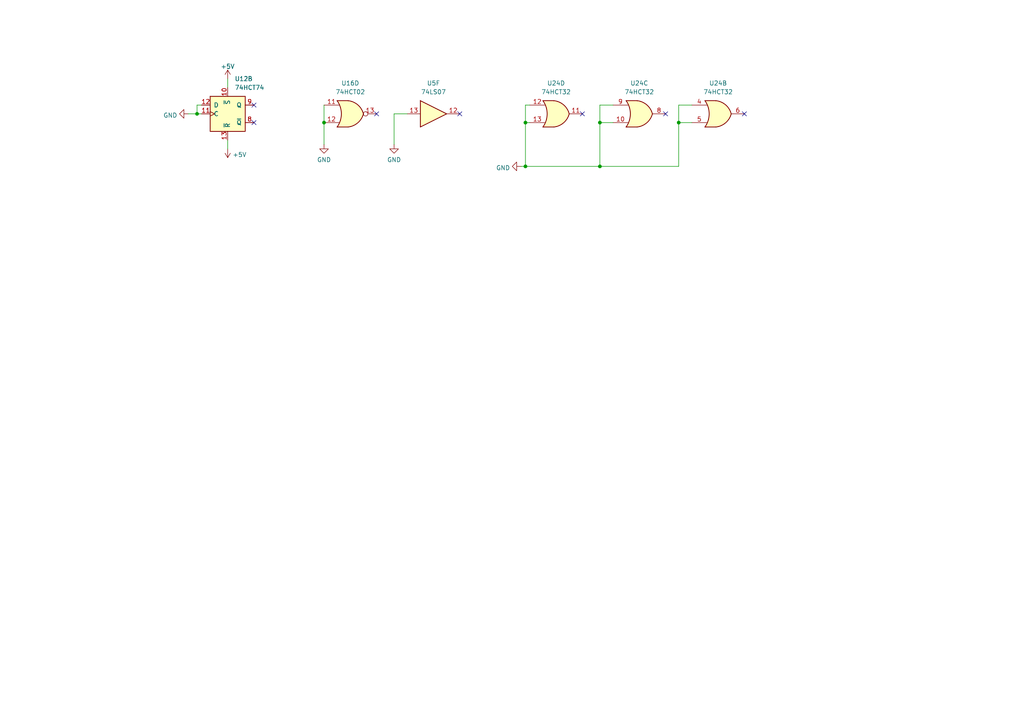
<source format=kicad_sch>
(kicad_sch (version 20211123) (generator eeschema)
  (paper "A4")
  (title_block (title "MSX One") (date "2024-12-28") (rev "v1.0") (company "Gabbard") (comment 1 "MSX One"))
  (lib_symbols
    (symbol "74xx:74LS02" (pin_names (offset 1.016))
      (property "Reference" "U" (at 0 1.27 0))
      (property "Value" "74LS02" (at 0 -1.27 0))
      (symbol "74LS02_1_1"
        (arc (start -3.81 -3.81) (mid -2.589 0) (end -3.81 3.81) (stroke (width 0.254)))
        (arc (start -0.6096 -3.81) (mid 2.1842 -2.5851) (end 3.81 0) (stroke (width 0.254)) (fill (type background)))
        (polyline (pts (xy -3.81 -3.81) (xy -0.635 -3.81)) (stroke (width 0.254)) (fill (type background)))
        (polyline (pts (xy -3.81 3.81) (xy -0.635 3.81)) (stroke (width 0.254)) (fill (type background)))
        (polyline (pts (xy -0.635 3.81) (xy -3.81 3.81) (xy -3.81 3.81) (xy -3.556 3.4036) (xy -3.0226 2.2606) (xy -2.6924 1.0414) (xy -2.6162 -0.254) (xy -2.7686 -1.4986) (xy -3.175 -2.7178) (xy -3.81 -3.81) (xy -3.81 -3.81) (xy -0.635 -3.81)) (stroke (width -25.4)) (fill (type background)))
        (arc (start 3.81 0) (mid 2.1915 2.5936) (end -0.6096 3.81) (stroke (width 0.254)) (fill (type background)))
        (pin output inverted (at 7.62 0 180) (length 3.81) (name "~") (number "1"))
        (pin input line (at -7.62 2.54 0) (length 4.318) (name "~") (number "2"))
        (pin input line (at -7.62 -2.54 0) (length 4.318) (name "~") (number "3"))
      )
      (symbol "74LS02_1_2"
        (arc (start 0 -3.81) (mid 3.81 0) (end 0 3.81) (stroke (width 0.254)) (fill (type background)))
        (polyline (pts (xy 0 3.81) (xy -3.81 3.81) (xy -3.81 -3.81) (xy 0 -3.81)) (stroke (width 0.254)) (fill (type background)))
        (pin output line (at 7.62 0 180) (length 3.81) (name "~") (number "1"))
        (pin input inverted (at -7.62 2.54 0) (length 3.81) (name "~") (number "2"))
        (pin input inverted (at -7.62 -2.54 0) (length 3.81) (name "~") (number "3"))
      )
      (symbol "74LS02_2_1"
        (arc (start -3.81 -3.81) (mid -2.589 0) (end -3.81 3.81) (stroke (width 0.254)))
        (arc (start -0.6096 -3.81) (mid 2.1842 -2.5851) (end 3.81 0) (stroke (width 0.254)) (fill (type background)))
        (polyline (pts (xy -3.81 -3.81) (xy -0.635 -3.81)) (stroke (width 0.254)) (fill (type background)))
        (polyline (pts (xy -3.81 3.81) (xy -0.635 3.81)) (stroke (width 0.254)) (fill (type background)))
        (polyline (pts (xy -0.635 3.81) (xy -3.81 3.81) (xy -3.81 3.81) (xy -3.556 3.4036) (xy -3.0226 2.2606) (xy -2.6924 1.0414) (xy -2.6162 -0.254) (xy -2.7686 -1.4986) (xy -3.175 -2.7178) (xy -3.81 -3.81) (xy -3.81 -3.81) (xy -0.635 -3.81)) (stroke (width -25.4)) (fill (type background)))
        (arc (start 3.81 0) (mid 2.1915 2.5936) (end -0.6096 3.81) (stroke (width 0.254)) (fill (type background)))
        (pin output inverted (at 7.62 0 180) (length 3.81) (name "~") (number "4"))
        (pin input line (at -7.62 2.54 0) (length 4.318) (name "~") (number "5"))
        (pin input line (at -7.62 -2.54 0) (length 4.318) (name "~") (number "6"))
      )
      (symbol "74LS02_2_2"
        (arc (start 0 -3.81) (mid 3.81 0) (end 0 3.81) (stroke (width 0.254)) (fill (type background)))
        (polyline (pts (xy 0 3.81) (xy -3.81 3.81) (xy -3.81 -3.81) (xy 0 -3.81)) (stroke (width 0.254)) (fill (type background)))
        (pin output line (at 7.62 0 180) (length 3.81) (name "~") (number "4"))
        (pin input inverted (at -7.62 2.54 0) (length 3.81) (name "~") (number "5"))
        (pin input inverted (at -7.62 -2.54 0) (length 3.81) (name "~") (number "6"))
      )
      (symbol "74LS02_3_1"
        (arc (start -3.81 -3.81) (mid -2.589 0) (end -3.81 3.81) (stroke (width 0.254)))
        (arc (start -0.6096 -3.81) (mid 2.1842 -2.5851) (end 3.81 0) (stroke (width 0.254)) (fill (type background)))
        (polyline (pts (xy -3.81 -3.81) (xy -0.635 -3.81)) (stroke (width 0.254)) (fill (type background)))
        (polyline (pts (xy -3.81 3.81) (xy -0.635 3.81)) (stroke (width 0.254)) (fill (type background)))
        (polyline (pts (xy -0.635 3.81) (xy -3.81 3.81) (xy -3.81 3.81) (xy -3.556 3.4036) (xy -3.0226 2.2606) (xy -2.6924 1.0414) (xy -2.6162 -0.254) (xy -2.7686 -1.4986) (xy -3.175 -2.7178) (xy -3.81 -3.81) (xy -3.81 -3.81) (xy -0.635 -3.81)) (stroke (width -25.4)) (fill (type background)))
        (arc (start 3.81 0) (mid 2.1915 2.5936) (end -0.6096 3.81) (stroke (width 0.254)) (fill (type background)))
        (pin output inverted (at 7.62 0 180) (length 3.81) (name "~") (number "10"))
        (pin input line (at -7.62 2.54 0) (length 4.318) (name "~") (number "8"))
        (pin input line (at -7.62 -2.54 0) (length 4.318) (name "~") (number "9"))
      )
      (symbol "74LS02_3_2"
        (arc (start 0 -3.81) (mid 3.81 0) (end 0 3.81) (stroke (width 0.254)) (fill (type background)))
        (polyline (pts (xy 0 3.81) (xy -3.81 3.81) (xy -3.81 -3.81) (xy 0 -3.81)) (stroke (width 0.254)) (fill (type background)))
        (pin output line (at 7.62 0 180) (length 3.81) (name "~") (number "10"))
        (pin input inverted (at -7.62 2.54 0) (length 3.81) (name "~") (number "8"))
        (pin input inverted (at -7.62 -2.54 0) (length 3.81) (name "~") (number "9"))
      )
      (symbol "74LS02_4_1"
        (arc (start -3.81 -3.81) (mid -2.589 0) (end -3.81 3.81) (stroke (width 0.254)))
        (arc (start -0.6096 -3.81) (mid 2.1842 -2.5851) (end 3.81 0) (stroke (width 0.254)) (fill (type background)))
        (polyline (pts (xy -3.81 -3.81) (xy -0.635 -3.81)) (stroke (width 0.254)) (fill (type background)))
        (polyline (pts (xy -3.81 3.81) (xy -0.635 3.81)) (stroke (width 0.254)) (fill (type background)))
        (polyline (pts (xy -0.635 3.81) (xy -3.81 3.81) (xy -3.81 3.81) (xy -3.556 3.4036) (xy -3.0226 2.2606) (xy -2.6924 1.0414) (xy -2.6162 -0.254) (xy -2.7686 -1.4986) (xy -3.175 -2.7178) (xy -3.81 -3.81) (xy -3.81 -3.81) (xy -0.635 -3.81)) (stroke (width -25.4)) (fill (type background)))
        (arc (start 3.81 0) (mid 2.1915 2.5936) (end -0.6096 3.81) (stroke (width 0.254)) (fill (type background)))
        (pin input line (at -7.62 2.54 0) (length 4.318) (name "~") (number "11"))
        (pin input line (at -7.62 -2.54 0) (length 4.318) (name "~") (number "12"))
        (pin output inverted (at 7.62 0 180) (length 3.81) (name "~") (number "13"))
      )
      (symbol "74LS02_4_2"
        (arc (start 0 -3.81) (mid 3.81 0) (end 0 3.81) (stroke (width 0.254)) (fill (type background)))
        (polyline (pts (xy 0 3.81) (xy -3.81 3.81) (xy -3.81 -3.81) (xy 0 -3.81)) (stroke (width 0.254)) (fill (type background)))
        (pin input inverted (at -7.62 2.54 0) (length 3.81) (name "~") (number "11"))
        (pin input inverted (at -7.62 -2.54 0) (length 3.81) (name "~") (number "12"))
        (pin output line (at 7.62 0 180) (length 3.81) (name "~") (number "13"))
      )
      (symbol "74LS02_5_0"
        (pin power_in line (at 0 12.7 270) (length 5.08) (name "VCC") (number "14"))
        (pin power_in line (at 0 -12.7 90) (length 5.08) (name "GND") (number "7"))
      )
      (symbol "74LS02_5_1"
        (rectangle (start -5.08 7.62) (end 5.08 -7.62) (stroke (width 0.254)) (fill (type background)))
      )
    )
    (symbol "74xx:74LS07" (pin_names (offset 1.016))
      (property "Reference" "U" (at 0 1.27 0))
      (property "Value" "74LS07" (at 0 -1.27 0))
      (symbol "74LS07_1_0"
        (polyline (pts (xy -3.81 3.81) (xy -3.81 -3.81) (xy 3.81 0) (xy -3.81 3.81)) (stroke (width 0.254)) (fill (type background)))
        (pin input line (at -7.62 0 0) (length 3.81) (name "~") (number "1"))
        (pin open_collector line (at 7.62 0 180) (length 3.81) (name "~") (number "2"))
      )
      (symbol "74LS07_2_0"
        (polyline (pts (xy -3.81 3.81) (xy -3.81 -3.81) (xy 3.81 0) (xy -3.81 3.81)) (stroke (width 0.254)) (fill (type background)))
        (pin input line (at -7.62 0 0) (length 3.81) (name "~") (number "3"))
        (pin open_collector line (at 7.62 0 180) (length 3.81) (name "~") (number "4"))
      )
      (symbol "74LS07_3_0"
        (polyline (pts (xy -3.81 3.81) (xy -3.81 -3.81) (xy 3.81 0) (xy -3.81 3.81)) (stroke (width 0.254)) (fill (type background)))
        (pin input line (at -7.62 0 0) (length 3.81) (name "~") (number "5"))
        (pin open_collector line (at 7.62 0 180) (length 3.81) (name "~") (number "6"))
      )
      (symbol "74LS07_4_0"
        (polyline (pts (xy -3.81 3.81) (xy -3.81 -3.81) (xy 3.81 0) (xy -3.81 3.81)) (stroke (width 0.254)) (fill (type background)))
        (pin open_collector line (at 7.62 0 180) (length 3.81) (name "~") (number "8"))
        (pin input line (at -7.62 0 0) (length 3.81) (name "~") (number "9"))
      )
      (symbol "74LS07_5_0"
        (polyline (pts (xy -3.81 3.81) (xy -3.81 -3.81) (xy 3.81 0) (xy -3.81 3.81)) (stroke (width 0.254)) (fill (type background)))
        (pin open_collector line (at 7.62 0 180) (length 3.81) (name "~") (number "10"))
        (pin input line (at -7.62 0 0) (length 3.81) (name "~") (number "11"))
      )
      (symbol "74LS07_6_0"
        (polyline (pts (xy -3.81 3.81) (xy -3.81 -3.81) (xy 3.81 0) (xy -3.81 3.81)) (stroke (width 0.254)) (fill (type background)))
        (pin open_collector line (at 7.62 0 180) (length 3.81) (name "~") (number "12"))
        (pin input line (at -7.62 0 0) (length 3.81) (name "~") (number "13"))
      )
      (symbol "74LS07_7_0"
        (pin power_in line (at 0 12.7 270) (length 5.08) (name "VCC") (number "14"))
        (pin power_in line (at 0 -12.7 90) (length 5.08) (name "GND") (number "7"))
      )
      (symbol "74LS07_7_1"
        (rectangle (start -5.08 7.62) (end 5.08 -7.62) (stroke (width 0.254)) (fill (type background)))
      )
    )
    (symbol "74xx:74LS32" (pin_names (offset 1.016))
      (property "Reference" "U" (at 0 1.27 0))
      (property "Value" "74LS32" (at 0 -1.27 0))
      (symbol "74LS32_1_1"
        (arc (start -3.81 -3.81) (mid -2.589 0) (end -3.81 3.81) (stroke (width 0.254)))
        (arc (start -0.6096 -3.81) (mid 2.1842 -2.5851) (end 3.81 0) (stroke (width 0.254)) (fill (type background)))
        (polyline (pts (xy -3.81 -3.81) (xy -0.635 -3.81)) (stroke (width 0.254)) (fill (type background)))
        (polyline (pts (xy -3.81 3.81) (xy -0.635 3.81)) (stroke (width 0.254)) (fill (type background)))
        (polyline (pts (xy -0.635 3.81) (xy -3.81 3.81) (xy -3.81 3.81) (xy -3.556 3.4036) (xy -3.0226 2.2606) (xy -2.6924 1.0414) (xy -2.6162 -0.254) (xy -2.7686 -1.4986) (xy -3.175 -2.7178) (xy -3.81 -3.81) (xy -3.81 -3.81) (xy -0.635 -3.81)) (stroke (width -25.4)) (fill (type background)))
        (arc (start 3.81 0) (mid 2.1915 2.5936) (end -0.6096 3.81) (stroke (width 0.254)) (fill (type background)))
        (pin input line (at -7.62 2.54 0) (length 4.318) (name "~") (number "1"))
        (pin input line (at -7.62 -2.54 0) (length 4.318) (name "~") (number "2"))
        (pin output line (at 7.62 0 180) (length 3.81) (name "~") (number "3"))
      )
      (symbol "74LS32_1_2"
        (arc (start 0 -3.81) (mid 3.81 0) (end 0 3.81) (stroke (width 0.254)) (fill (type background)))
        (polyline (pts (xy 0 3.81) (xy -3.81 3.81) (xy -3.81 -3.81) (xy 0 -3.81)) (stroke (width 0.254)) (fill (type background)))
        (pin input inverted (at -7.62 2.54 0) (length 3.81) (name "~") (number "1"))
        (pin input inverted (at -7.62 -2.54 0) (length 3.81) (name "~") (number "2"))
        (pin output inverted (at 7.62 0 180) (length 3.81) (name "~") (number "3"))
      )
      (symbol "74LS32_2_1"
        (arc (start -3.81 -3.81) (mid -2.589 0) (end -3.81 3.81) (stroke (width 0.254)))
        (arc (start -0.6096 -3.81) (mid 2.1842 -2.5851) (end 3.81 0) (stroke (width 0.254)) (fill (type background)))
        (polyline (pts (xy -3.81 -3.81) (xy -0.635 -3.81)) (stroke (width 0.254)) (fill (type background)))
        (polyline (pts (xy -3.81 3.81) (xy -0.635 3.81)) (stroke (width 0.254)) (fill (type background)))
        (polyline (pts (xy -0.635 3.81) (xy -3.81 3.81) (xy -3.81 3.81) (xy -3.556 3.4036) (xy -3.0226 2.2606) (xy -2.6924 1.0414) (xy -2.6162 -0.254) (xy -2.7686 -1.4986) (xy -3.175 -2.7178) (xy -3.81 -3.81) (xy -3.81 -3.81) (xy -0.635 -3.81)) (stroke (width -25.4)) (fill (type background)))
        (arc (start 3.81 0) (mid 2.1915 2.5936) (end -0.6096 3.81) (stroke (width 0.254)) (fill (type background)))
        (pin input line (at -7.62 2.54 0) (length 4.318) (name "~") (number "4"))
        (pin input line (at -7.62 -2.54 0) (length 4.318) (name "~") (number "5"))
        (pin output line (at 7.62 0 180) (length 3.81) (name "~") (number "6"))
      )
      (symbol "74LS32_2_2"
        (arc (start 0 -3.81) (mid 3.81 0) (end 0 3.81) (stroke (width 0.254)) (fill (type background)))
        (polyline (pts (xy 0 3.81) (xy -3.81 3.81) (xy -3.81 -3.81) (xy 0 -3.81)) (stroke (width 0.254)) (fill (type background)))
        (pin input inverted (at -7.62 2.54 0) (length 3.81) (name "~") (number "4"))
        (pin input inverted (at -7.62 -2.54 0) (length 3.81) (name "~") (number "5"))
        (pin output inverted (at 7.62 0 180) (length 3.81) (name "~") (number "6"))
      )
      (symbol "74LS32_3_1"
        (arc (start -3.81 -3.81) (mid -2.589 0) (end -3.81 3.81) (stroke (width 0.254)))
        (arc (start -0.6096 -3.81) (mid 2.1842 -2.5851) (end 3.81 0) (stroke (width 0.254)) (fill (type background)))
        (polyline (pts (xy -3.81 -3.81) (xy -0.635 -3.81)) (stroke (width 0.254)) (fill (type background)))
        (polyline (pts (xy -3.81 3.81) (xy -0.635 3.81)) (stroke (width 0.254)) (fill (type background)))
        (polyline (pts (xy -0.635 3.81) (xy -3.81 3.81) (xy -3.81 3.81) (xy -3.556 3.4036) (xy -3.0226 2.2606) (xy -2.6924 1.0414) (xy -2.6162 -0.254) (xy -2.7686 -1.4986) (xy -3.175 -2.7178) (xy -3.81 -3.81) (xy -3.81 -3.81) (xy -0.635 -3.81)) (stroke (width -25.4)) (fill (type background)))
        (arc (start 3.81 0) (mid 2.1915 2.5936) (end -0.6096 3.81) (stroke (width 0.254)) (fill (type background)))
        (pin input line (at -7.62 -2.54 0) (length 4.318) (name "~") (number "10"))
        (pin output line (at 7.62 0 180) (length 3.81) (name "~") (number "8"))
        (pin input line (at -7.62 2.54 0) (length 4.318) (name "~") (number "9"))
      )
      (symbol "74LS32_3_2"
        (arc (start 0 -3.81) (mid 3.81 0) (end 0 3.81) (stroke (width 0.254)) (fill (type background)))
        (polyline (pts (xy 0 3.81) (xy -3.81 3.81) (xy -3.81 -3.81) (xy 0 -3.81)) (stroke (width 0.254)) (fill (type background)))
        (pin input inverted (at -7.62 -2.54 0) (length 3.81) (name "~") (number "10"))
        (pin output inverted (at 7.62 0 180) (length 3.81) (name "~") (number "8"))
        (pin input inverted (at -7.62 2.54 0) (length 3.81) (name "~") (number "9"))
      )
      (symbol "74LS32_4_1"
        (arc (start -3.81 -3.81) (mid -2.589 0) (end -3.81 3.81) (stroke (width 0.254)))
        (arc (start -0.6096 -3.81) (mid 2.1842 -2.5851) (end 3.81 0) (stroke (width 0.254)) (fill (type background)))
        (polyline (pts (xy -3.81 -3.81) (xy -0.635 -3.81)) (stroke (width 0.254)) (fill (type background)))
        (polyline (pts (xy -3.81 3.81) (xy -0.635 3.81)) (stroke (width 0.254)) (fill (type background)))
        (polyline (pts (xy -0.635 3.81) (xy -3.81 3.81) (xy -3.81 3.81) (xy -3.556 3.4036) (xy -3.0226 2.2606) (xy -2.6924 1.0414) (xy -2.6162 -0.254) (xy -2.7686 -1.4986) (xy -3.175 -2.7178) (xy -3.81 -3.81) (xy -3.81 -3.81) (xy -0.635 -3.81)) (stroke (width -25.4)) (fill (type background)))
        (arc (start 3.81 0) (mid 2.1915 2.5936) (end -0.6096 3.81) (stroke (width 0.254)) (fill (type background)))
        (pin output line (at 7.62 0 180) (length 3.81) (name "~") (number "11"))
        (pin input line (at -7.62 2.54 0) (length 4.318) (name "~") (number "12"))
        (pin input line (at -7.62 -2.54 0) (length 4.318) (name "~") (number "13"))
      )
      (symbol "74LS32_4_2"
        (arc (start 0 -3.81) (mid 3.81 0) (end 0 3.81) (stroke (width 0.254)) (fill (type background)))
        (polyline (pts (xy 0 3.81) (xy -3.81 3.81) (xy -3.81 -3.81) (xy 0 -3.81)) (stroke (width 0.254)) (fill (type background)))
        (pin output inverted (at 7.62 0 180) (length 3.81) (name "~") (number "11"))
        (pin input inverted (at -7.62 2.54 0) (length 3.81) (name "~") (number "12"))
        (pin input inverted (at -7.62 -2.54 0) (length 3.81) (name "~") (number "13"))
      )
      (symbol "74LS32_5_0"
        (pin power_in line (at 0 12.7 270) (length 5.08) (name "VCC") (number "14"))
        (pin power_in line (at 0 -12.7 90) (length 5.08) (name "GND") (number "7"))
      )
      (symbol "74LS32_5_1"
        (rectangle (start -5.08 7.62) (end 5.08 -7.62) (stroke (width 0.254)) (fill (type background)))
      )
    )
    (symbol "74xx:74LS74" (pin_names (offset 1.016))
      (property "Reference" "U" (at -7.62 8.89 0))
      (property "Value" "74LS74" (at -7.62 -8.89 0))
      (symbol "74LS74_1_0"
        (pin input line (at 0 -7.62 90) (length 2.54) (name "~{R}") (number "1"))
        (pin input line (at -7.62 2.54 0) (length 2.54) (name "D") (number "2"))
        (pin input clock (at -7.62 0 0) (length 2.54) (name "C") (number "3"))
        (pin input line (at 0 7.62 270) (length 2.54) (name "~{S}") (number "4"))
        (pin output line (at 7.62 2.54 180) (length 2.54) (name "Q") (number "5"))
        (pin output line (at 7.62 -2.54 180) (length 2.54) (name "~{Q}") (number "6"))
      )
      (symbol "74LS74_1_1"
        (rectangle (start -5.08 5.08) (end 5.08 -5.08) (stroke (width 0.254)) (fill (type background)))
      )
      (symbol "74LS74_2_0"
        (pin input line (at 0 7.62 270) (length 2.54) (name "~{S}") (number "10"))
        (pin input clock (at -7.62 0 0) (length 2.54) (name "C") (number "11"))
        (pin input line (at -7.62 2.54 0) (length 2.54) (name "D") (number "12"))
        (pin input line (at 0 -7.62 90) (length 2.54) (name "~{R}") (number "13"))
        (pin output line (at 7.62 -2.54 180) (length 2.54) (name "~{Q}") (number "8"))
        (pin output line (at 7.62 2.54 180) (length 2.54) (name "Q") (number "9"))
      )
      (symbol "74LS74_2_1"
        (rectangle (start -5.08 5.08) (end 5.08 -5.08) (stroke (width 0.254)) (fill (type background)))
      )
      (symbol "74LS74_3_0"
        (pin power_in line (at 0 10.16 270) (length 2.54) (name "VCC") (number "14"))
        (pin power_in line (at 0 -10.16 90) (length 2.54) (name "GND") (number "7"))
      )
      (symbol "74LS74_3_1"
        (rectangle (start -5.08 7.62) (end 5.08 -7.62) (stroke (width 0.254)) (fill (type background)))
      )
    )
    (symbol "power:+5V" (power) (pin_names (offset 0))
      (property "Value" "+5V" (at 0 3.556 0))
      (symbol "+5V_0_1"
        (polyline (pts (xy -0.762 1.27) (xy 0 2.54)))
        (polyline (pts (xy 0 0) (xy 0 2.54)))
        (polyline (pts (xy 0 2.54) (xy 0.762 1.27)))
      )
      (symbol "+5V_1_1"
        (pin power_in line (at 0 0 90) (length 0) hide (name "+5V") (number "1"))
      )
    )
    (symbol "power:GND" (power) (pin_names (offset 0))
      (property "Value" "GND" (at 0 -3.81 0))
      (symbol "GND_0_1"
        (polyline (pts (xy 0 0) (xy 0 -1.27) (xy 1.27 -1.27) (xy 0 -2.54) (xy -1.27 -1.27) (xy 0 -1.27)))
      )
      (symbol "GND_1_1"
        (pin power_in line (at 0 0 270) (length 0) hide (name "GND") (number "1"))
      )
    )
  )
  (junction (at 57.15 33.02))
  (junction (at 152.4 48.26))
  (junction (at 152.4 35.56))
  (junction (at 173.99 35.56))
  (junction (at 93.98 35.56))
  (junction (at 173.99 48.26))
  (junction (at 196.85 35.56))
  (no_connect (at 73.66 30.48))
  (no_connect (at 215.9 33.02))
  (no_connect (at 109.22 33.02))
  (no_connect (at 73.66 35.56))
  (no_connect (at 133.35 33.02))
  (no_connect (at 193.04 33.02))
  (no_connect (at 168.91 33.02))
  (wire (pts (xy 114.3 33.02) (xy 114.3 41.91)))
  (wire (pts (xy 93.98 35.56) (xy 93.98 41.91)))
  (wire (pts (xy 196.85 35.56) (xy 196.85 48.26)))
  (wire (pts (xy 152.4 48.26) (xy 151.13 48.26)))
  (wire (pts (xy 152.4 30.48) (xy 152.4 35.56)))
  (wire (pts (xy 200.66 30.48) (xy 196.85 30.48)))
  (wire (pts (xy 54.61 33.02) (xy 57.15 33.02)))
  (wire (pts (xy 153.67 30.48) (xy 152.4 30.48)))
  (wire (pts (xy 196.85 30.48) (xy 196.85 35.56)))
  (wire (pts (xy 93.98 30.48) (xy 93.98 35.56)))
  (wire (pts (xy 152.4 35.56) (xy 153.67 35.56)))
  (wire (pts (xy 196.85 35.56) (xy 200.66 35.56)))
  (wire (pts (xy 57.15 33.02) (xy 58.42 33.02)))
  (wire (pts (xy 177.8 30.48) (xy 173.99 30.48)))
  (wire (pts (xy 118.11 33.02) (xy 114.3 33.02)))
  (wire (pts (xy 58.42 30.48) (xy 57.15 30.48)))
  (wire (pts (xy 173.99 35.56) (xy 173.99 48.26)))
  (wire (pts (xy 66.04 40.64) (xy 66.04 43.18)))
  (wire (pts (xy 57.15 30.48) (xy 57.15 33.02)))
  (wire (pts (xy 173.99 48.26) (xy 152.4 48.26)))
  (wire (pts (xy 152.4 35.56) (xy 152.4 48.26)))
  (wire (pts (xy 66.04 22.86) (xy 66.04 25.4)))
  (wire (pts (xy 173.99 35.56) (xy 177.8 35.56)))
  (wire (pts (xy 196.85 48.26) (xy 173.99 48.26)))
  (wire (pts (xy 173.99 30.48) (xy 173.99 35.56)))
  (symbol (lib_id "power:GND") (at 114.3 41.91 0) (unit 1)
    (property "Reference" "#PWR0113" (effects hide))
    (property "Value" "GND" (at 114.3 46.3534 0))
  )
  (symbol (lib_id "74xx:74LS74") (at 66.04 33.02 0) (unit 2)
    (property "Reference" "U12" (at 68.0594 22.86 0) (effects (justify left)))
    (property "Value" "74HCT74" (at 68.0594 25.4 0) (effects (justify left)))
    (property "Footprint" "Package_DIP:DIP-14_W7.62mm_Socket" (effects hide))
    (property "Datasheet" "74xx/74hc_hct74.pdf" (effects hide))
  )
  (symbol (lib_id "74xx:74LS07") (at 125.73 33.02 0) (unit 6)
    (property "Reference" "U5" (at 125.73 24.13 0))
    (property "Value" "74LS07" (at 125.73 26.67 0))
    (property "Footprint" "Package_DIP:DIP-14_W7.62mm_Socket" (effects hide))
    (property "Datasheet" "www.ti.com/lit/ds/symlink/sn74ls07.pdf" (effects hide))
  )
  (symbol (lib_id "74xx:74LS32") (at 161.29 33.02 0) (unit 4)
    (property "Reference" "U24" (at 161.29 24.13 0))
    (property "Value" "74HCT32" (at 161.29 26.67 0))
    (property "Footprint" "Package_DIP:DIP-14_W7.62mm_Socket" (effects hide))
    (property "Datasheet" "http://www.ti.com/lit/gpn/sn74LS32" (effects hide))
  )
  (symbol (lib_id "74xx:74LS02") (at 101.6 33.02 0) (unit 4)
    (property "Reference" "U16" (at 101.6 24.13 0))
    (property "Value" "74HCT02" (at 101.6 26.67 0))
    (property "Footprint" "Package_DIP:DIP-14_W7.62mm_Socket" (effects hide))
    (property "Datasheet" "http://www.ti.com/lit/gpn/sn74ls02" (effects hide))
  )
  (symbol (lib_id "74xx:74LS32") (at 185.42 33.02 0) (unit 3)
    (property "Reference" "U24" (at 185.42 24.13 0))
    (property "Value" "74HCT32" (at 185.42 26.67 0))
    (property "Footprint" "Package_DIP:DIP-14_W7.62mm_Socket" (effects hide))
    (property "Datasheet" "http://www.ti.com/lit/gpn/sn74LS32" (effects hide))
  )
  (symbol (lib_id "power:+5V") (at 66.04 43.18 180) (unit 1)
    (property "Reference" "#PWR0175" (effects hide))
    (property "Value" "+5V" (at 67.437 44.8838 0) (effects (justify right)))
  )
  (symbol (lib_id "power:GND") (at 93.98 41.91 0) (unit 1)
    (property "Reference" "#PWR0173" (effects hide))
    (property "Value" "GND" (at 93.98 46.3534 0))
  )
  (symbol (lib_id "power:GND") (at 54.61 33.02 270) (unit 1)
    (property "Reference" "#PWR0178" (effects hide))
    (property "Value" "GND" (at 51.4351 33.4538 90) (effects (justify right)))
  )
  (symbol (lib_id "power:GND") (at 151.13 48.26 270) (unit 1)
    (property "Reference" "#PWR0174" (effects hide))
    (property "Value" "GND" (at 147.9551 48.6938 90) (effects (justify right)))
  )
  (symbol (lib_id "power:+5V") (at 66.04 22.86 0) (unit 1)
    (property "Reference" "#PWR0182" (effects hide))
    (property "Value" "+5V" (at 66.04 19.2842 0))
  )
  (symbol (lib_id "74xx:74LS32") (at 208.28 33.02 0) (unit 2)
    (property "Reference" "U24" (at 208.28 24.13 0))
    (property "Value" "74HCT32" (at 208.28 26.67 0))
    (property "Footprint" "Package_DIP:DIP-14_W7.62mm_Socket" (effects hide))
    (property "Datasheet" "http://www.ti.com/lit/gpn/sn74LS32" (effects hide))
  )
)
</source>
